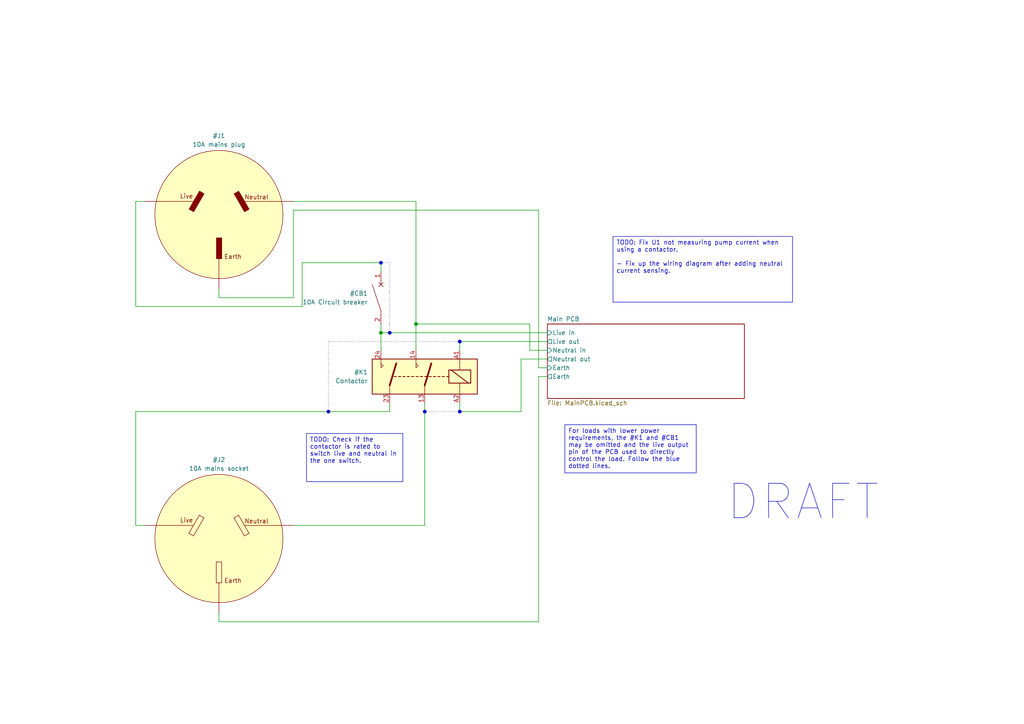
<source format=kicad_sch>
(kicad_sch (version 20250114) (generator "eeschema") (generator_version "9.0")
  (paper "A4")
  (title_block (title "Pump monitor - wiring diagram") (date "2025-09-25") (rev "V0.0.0") (company "Jotham Gates") (comment 4 "Warning: Parts of this circuit operate at mains potential."))
  (lib_symbols
    (symbol "AustralianPowerpoints:3PinMainsPowerPlug" (pin_numbers (hide yes)) (pin_names (hide yes))
      (property "Reference" "J" (at 0 22.86 0))
      (property "Value" "10A mains plug" (at 0 20.32 0))
      (symbol "3PinMainsPowerPlug_1_0"
        (polyline (pts (xy -19.05 3.81) (xy -7.4075 3.81)))
        (polyline (pts (xy -4.3028 6.0252) (xy -7.327 0.7871) (xy -8.6716 1.5634) (xy -5.6474 6.8014) (xy -4.3028 6.0252)) (fill (type outline)))
        (circle (center 0 0) (radius 18.5737) (fill (type background)))
        (polyline (pts (xy 0 -12.8349) (xy 0 -19.05)))
        (polyline (pts (xy 0.8222 -12.8126) (xy -0.7304 -12.8126) (xy -0.7304 -6.7642) (xy 0.8222 -6.7642) (xy 0.8222 -12.8126)) (fill (type outline)))
        (polyline (pts (xy 7.4075 3.81) (xy 19.05 3.81)))
        (polyline (pts (xy 8.7634 1.5634) (xy 7.4188 0.7871) (xy 4.3946 6.0252) (xy 5.7392 6.8014) (xy 8.7634 1.5634)) (fill (type outline)))
      )
      (symbol "3PinMainsPowerPlug_1_1"
        (text "Live" (at -9.398 5.334 0) (effects (font (size 1.27 1.27))))
        (text "Earth" (at 4.064 -12.192 0) (effects (font (size 1.27 1.27))))
        (text "Neutral" (at 10.922 5.08 0) (effects (font (size 1.27 1.27))))
        (pin power_out line (at -21.59 3.81 0) (length 2.54) (name "Live") (number "1"))
        (pin passive line (at 0 -21.59 90) (length 2.54) (name "Earth") (number "3"))
        (pin power_out line (at 21.59 3.81 180) (length 2.54) (name "Neutral") (number "2"))
      )
    )
    (symbol "AustralianPowerpoints:3PinMainsPowerSocket" (pin_numbers (hide yes)) (pin_names (hide yes))
      (property "Reference" "J" (at 0 22.86 0))
      (property "Value" "10A mains socket" (at 0 20.32 0))
      (symbol "3PinMainsPowerSocket_1_0"
        (polyline (pts (xy -19.05 3.81) (xy -7.4075 3.81)))
        (polyline (pts (xy -8.7175 1.541) (xy -7.3729 0.7647)))
        (polyline (pts (xy -7.3729 0.7647) (xy -4.3487 6.0028)))
        (polyline (pts (xy -5.6933 6.7791) (xy -8.7175 1.541)))
        (polyline (pts (xy -4.3487 6.0028) (xy -5.6933 6.7791)))
        (polyline (pts (xy -0.7763 -6.7866) (xy -0.7763 -12.8349)))
        (polyline (pts (xy -0.7763 -12.8349) (xy 0.7763 -12.8349)))
        (circle (center 0 0) (radius 18.5737) (fill (type background)))
        (polyline (pts (xy 0 -12.8349) (xy 0 -19.05)))
        (polyline (pts (xy 0.7763 -6.7866) (xy -0.7763 -6.7866)))
        (polyline (pts (xy 0.7763 -12.8349) (xy 0.7763 -6.7866)))
        (polyline (pts (xy 4.3487 6.0028) (xy 7.3729 0.7647)))
        (polyline (pts (xy 5.6933 6.7791) (xy 4.3487 6.0028)))
        (polyline (pts (xy 7.3729 0.7647) (xy 8.7175 1.541)))
        (polyline (pts (xy 7.4075 3.81) (xy 19.05 3.81)))
        (polyline (pts (xy 8.7175 1.541) (xy 5.6933 6.7791)))
      )
      (symbol "3PinMainsPowerSocket_1_1"
        (text "Live" (at -9.398 5.334 0) (effects (font (size 1.27 1.27))))
        (text "Earth" (at 4.064 -12.192 0) (effects (font (size 1.27 1.27))))
        (text "Neutral" (at 10.922 5.08 0) (effects (font (size 1.27 1.27))))
        (pin power_in line (at -21.59 3.81 0) (length 2.54) (name "Live") (number "1"))
        (pin passive line (at 0 -21.59 90) (length 2.54) (name "Earth") (number "3"))
        (pin power_in line (at 21.59 3.81 180) (length 2.54) (name "Neutral") (number "2"))
      )
    )
    (symbol "Device:CircuitBreaker_1P"
      (property "Reference" "CB" (at 1.905 0 0))
      (property "Value" "CircuitBreaker_1P" (at 1.905 1.905 0))
      (symbol "CircuitBreaker_1P_0_1"
        (polyline (pts (xy 0 -3.81) (xy -2.54 3.81)))
        (polyline (pts (xy 0 -5.08) (xy 0 -3.81)))
      )
      (symbol "CircuitBreaker_1P_1_1"
        (polyline (pts (xy -0.635 4.445) (xy 0.635 3.175)))
        (polyline (pts (xy 0 5.08) (xy 0 3.81)))
        (polyline (pts (xy 0.635 4.445) (xy -0.635 3.175)))
        (pin passive line (at 0 7.62 270) (length 2.54) (name "~") (number "1"))
        (pin passive line (at 0 -7.62 90) (length 2.54) (name "~") (number "2"))
      )
    )
    (symbol "Relay:Relay_DPST-NO"
      (property "Reference" "K" (at 16.51 3.81 0))
      (property "Value" "Relay_DPST-NO" (at 16.51 1.27 0))
      (symbol "Relay_DPST-NO_0_1"
        (rectangle (start -15.24 5.08) (end 15.24 -5.08) (stroke (width 0.254)) (fill (type background)))
        (rectangle (start -13.335 1.905) (end -6.985 -1.905) (stroke (width 0.254)))
        (polyline (pts (xy -12.7 -1.905) (xy -7.62 1.905)) (stroke (width 0.254)))
        (polyline (pts (xy -10.16 5.08) (xy -10.16 1.905)))
        (polyline (pts (xy -10.16 -5.08) (xy -10.16 -1.905)))
        (polyline (pts (xy -6.985 0) (xy -6.35 0)) (stroke (width 0.254)))
        (polyline (pts (xy -5.715 0) (xy -5.08 0)) (stroke (width 0.254)))
        (polyline (pts (xy -4.445 0) (xy -3.81 0)) (stroke (width 0.254)))
        (polyline (pts (xy -3.175 0) (xy -2.54 0)) (stroke (width 0.254)))
        (polyline (pts (xy -1.905 0) (xy -1.27 0)) (stroke (width 0.254)))
        (polyline (pts (xy -0.635 0) (xy 0 0)) (stroke (width 0.254)))
        (polyline (pts (xy 0 -2.54) (xy -1.905 3.81)) (stroke (width 0.508)))
        (polyline (pts (xy 0 -2.54) (xy 0 -5.08)))
        (polyline (pts (xy 0.635 0) (xy 1.27 0)) (stroke (width 0.254)))
        (polyline (pts (xy 1.905 0) (xy 2.54 0)) (stroke (width 0.254)))
        (polyline (pts (xy 2.54 5.08) (xy 2.54 2.54) (xy 1.905 3.175) (xy 2.54 3.81)))
        (polyline (pts (xy 3.175 0) (xy 3.81 0)) (stroke (width 0.254)))
        (polyline (pts (xy 4.445 0) (xy 5.08 0)) (stroke (width 0.254)))
        (polyline (pts (xy 5.715 0) (xy 6.35 0)) (stroke (width 0.254)))
        (polyline (pts (xy 6.985 0) (xy 7.62 0)) (stroke (width 0.254)))
        (polyline (pts (xy 8.255 0) (xy 8.89 0)) (stroke (width 0.254)))
        (polyline (pts (xy 10.16 -2.54) (xy 8.255 3.81)) (stroke (width 0.508)))
        (polyline (pts (xy 10.16 -2.54) (xy 10.16 -5.08)))
        (polyline (pts (xy 12.7 5.08) (xy 12.7 2.54) (xy 12.065 3.175) (xy 12.7 3.81)))
      )
      (symbol "Relay_DPST-NO_1_1"
        (pin passive line (at -10.16 7.62 270) (length 2.54) (name "~") (number "A1"))
        (pin passive line (at -10.16 -7.62 90) (length 2.54) (name "~") (number "A2"))
        (pin passive line (at 0 -7.62 90) (length 2.54) (name "~") (number "13"))
        (pin passive line (at 2.54 7.62 270) (length 2.54) (name "~") (number "14"))
        (pin passive line (at 10.16 -7.62 90) (length 2.54) (name "~") (number "23"))
        (pin passive line (at 12.7 7.62 270) (length 2.54) (name "~") (number "24"))
      )
    )
  )
  (text "DRAFT" (at 232.918 145.796 0) (effects (font (size 10 10))))
  (text_box "For loads with lower power requirements, the #K1 and #CB1 may be omitted and the live output pin of the PCB used to directly control the load. Follow the blue dotted lines." (at 163.83 123.19 0) (size 38.1 13.97) (margins 0.9525 0.9525 0.9525 0.9525) (effects (font (size 1.27 1.27)) (justify left top)))
  (text_box "TODO: Fix U1 not measuring pump current when using a contactor.\n\n- Fix up the wiring diagram after adding neutral current sensing." (at 177.8 68.58 0) (size 52.07 19.05) (margins 0.9525 0.9525 0.9525 0.9525) (effects (font (size 1.27 1.27)) (justify left top)))
  (text_box "TODO: Check if the contactor is rated to switch live and neutral in the one switch." (at 88.9 125.73 0) (size 27.94 13.97) (margins 0.9525 0.9525 0.9525 0.9525) (effects (font (size 1.27 1.27)) (justify left top)))
  (junction (at 133.35 119.38) (color 0 0 194 1))
  (junction (at 95.25 119.38) (color 0 0 194 1))
  (junction (at 123.19 119.38) (color 0 0 194 1))
  (junction (at 110.49 96.52))
  (junction (at 110.49 76.2) (color 0 0 194 1))
  (junction (at 120.65 93.98))
  (junction (at 113.03 96.52) (color 0 0 194 1))
  (junction (at 133.35 99.06) (color 0 0 194 1))
  (wire (pts (xy 110.49 78.74) (xy 110.49 76.2)))
  (wire (pts (xy 156.21 109.22) (xy 156.21 180.34)))
  (wire (pts (xy 95.25 99.06) (xy 95.25 119.38)) (stroke (width 0) (type dot) (color 0 0 194 1)))
  (wire (pts (xy 133.35 99.06) (xy 95.25 99.06)) (stroke (width 0) (type dot) (color 0 0 194 1)))
  (wire (pts (xy 95.25 119.38) (xy 39.37 119.38)))
  (wire (pts (xy 110.49 76.2) (xy 113.03 76.2)) (stroke (width 0) (type dot) (color 0 0 194 1)))
  (wire (pts (xy 113.03 116.84) (xy 113.03 119.38)))
  (wire (pts (xy 156.21 180.34) (xy 63.5 180.34)))
  (wire (pts (xy 123.19 152.4) (xy 85.09 152.4)))
  (wire (pts (xy 133.35 116.84) (xy 133.35 119.38)))
  (wire (pts (xy 39.37 152.4) (xy 41.91 152.4)))
  (wire (pts (xy 87.63 88.9) (xy 39.37 88.9)))
  (wire (pts (xy 120.65 58.42) (xy 120.65 93.98)))
  (wire (pts (xy 158.75 101.6) (xy 153.67 101.6)))
  (wire (pts (xy 151.13 119.38) (xy 151.13 104.14)))
  (wire (pts (xy 113.03 96.52) (xy 158.75 96.52)))
  (wire (pts (xy 63.5 86.36) (xy 63.5 83.82)))
  (wire (pts (xy 110.49 96.52) (xy 110.49 101.6)))
  (wire (pts (xy 110.49 76.2) (xy 87.63 76.2)))
  (wire (pts (xy 133.35 99.06) (xy 133.35 101.6)))
  (wire (pts (xy 39.37 88.9) (xy 39.37 58.42)))
  (wire (pts (xy 151.13 104.14) (xy 158.75 104.14)))
  (wire (pts (xy 153.67 101.6) (xy 153.67 93.98)))
  (wire (pts (xy 158.75 99.06) (xy 133.35 99.06)))
  (wire (pts (xy 158.75 109.22) (xy 156.21 109.22)))
  (wire (pts (xy 158.75 106.68) (xy 156.21 106.68)))
  (wire (pts (xy 156.21 60.96) (xy 85.09 60.96)))
  (wire (pts (xy 120.65 93.98) (xy 153.67 93.98)))
  (wire (pts (xy 156.21 106.68) (xy 156.21 60.96)))
  (wire (pts (xy 87.63 76.2) (xy 87.63 88.9)))
  (wire (pts (xy 63.5 180.34) (xy 63.5 177.8)))
  (wire (pts (xy 120.65 93.98) (xy 120.65 101.6)))
  (wire (pts (xy 123.19 119.38) (xy 133.35 119.38)) (stroke (width 0) (type dot) (color 0 0 194 1)))
  (wire (pts (xy 85.09 60.96) (xy 85.09 86.36)))
  (wire (pts (xy 110.49 96.52) (xy 113.03 96.52)))
  (wire (pts (xy 110.49 93.98) (xy 110.49 96.52)))
  (wire (pts (xy 39.37 119.38) (xy 39.37 152.4)))
  (wire (pts (xy 133.35 119.38) (xy 151.13 119.38)))
  (wire (pts (xy 123.19 119.38) (xy 123.19 152.4)))
  (wire (pts (xy 85.09 86.36) (xy 63.5 86.36)))
  (wire (pts (xy 39.37 58.42) (xy 41.91 58.42)))
  (wire (pts (xy 123.19 116.84) (xy 123.19 119.38)))
  (wire (pts (xy 85.09 58.42) (xy 120.65 58.42)))
  (wire (pts (xy 113.03 119.38) (xy 95.25 119.38)))
  (wire (pts (xy 113.03 76.2) (xy 113.03 96.52)) (stroke (width 0) (type dot) (color 0 0 194 1)))
  (symbol (lib_id "Device:CircuitBreaker_1P") (at 110.49 86.36 0) (unit 1)
    (property "Reference" "#CB1" (at 106.68 85.0899 0) (effects (justify right)))
    (property "Value" "10A Circuit breaker" (at 106.68 87.6299 0) (effects (justify right)))
    (property "Description" "Single pole circuit breaker" (effects (hide yes)))
  )
  (symbol (lib_id "AustralianPowerpoints:3PinMainsPowerSocket") (at 63.5 156.21 0) (unit 1)
    (property "Reference" "#J2" (at 63.5 133.35 0))
    (property "Value" "10A mains socket" (at 63.5 135.89 0))
  )
  (symbol (lib_id "Relay:Relay_DPST-NO") (at 123.19 109.22 0) (mirror y) (unit 1)
    (property "Reference" "#K1" (at 106.68 107.9499 0) (effects (justify left)))
    (property "Value" "Contactor" (at 106.68 110.4899 0) (effects (justify left)))
    (property "Description" "Relay DPST, monostable, normally open, EN50005" (effects (hide yes)))
  )
  (symbol (lib_id "AustralianPowerpoints:3PinMainsPowerPlug") (at 63.5 62.23 0) (unit 1)
    (property "Reference" "#J1" (at 63.5 39.37 0))
    (property "Value" "10A mains plug" (at 63.5 41.91 0))
  )
  (sheet (at 158.75 93.98) (size 57.15 21.59) (stroke (width 0.1524))
    (property "Sheetname" "Main PCB" (at 158.75 93.2684 0) (effects (justify left bottom)))
    (property "Sheetfile" "MainPCB.kicad_sch" (at 158.75 116.1546 0) (effects (justify left top)))
    (pin "Earth" output (at 158.75 109.22 180))
    (pin "Live out" output (at 158.75 99.06 180))
    (pin "Earth" input (at 158.75 106.68 180))
    (pin "Live in" input (at 158.75 96.52 180))
    (pin "Neutral in" input (at 158.75 101.6 180))
    (pin "Neutral out" output (at 158.75 104.14 180))
  )
)
</source>
